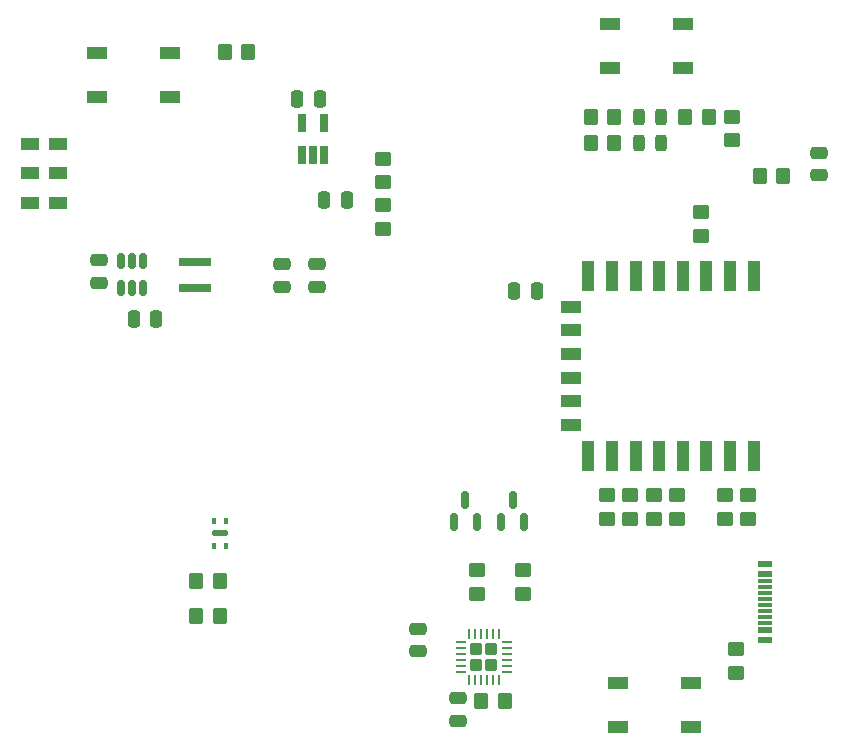
<source format=gtp>
%TF.GenerationSoftware,KiCad,Pcbnew,(6.0.7)*%
%TF.CreationDate,2022-11-21T20:08:05+01:00*%
%TF.ProjectId,Arbolito,4172626f-6c69-4746-9f2e-6b696361645f,rev?*%
%TF.SameCoordinates,Original*%
%TF.FileFunction,Paste,Top*%
%TF.FilePolarity,Positive*%
%FSLAX46Y46*%
G04 Gerber Fmt 4.6, Leading zero omitted, Abs format (unit mm)*
G04 Created by KiCad (PCBNEW (6.0.7)) date 2022-11-21 20:08:05*
%MOMM*%
%LPD*%
G01*
G04 APERTURE LIST*
G04 Aperture macros list*
%AMRoundRect*
0 Rectangle with rounded corners*
0 $1 Rounding radius*
0 $2 $3 $4 $5 $6 $7 $8 $9 X,Y pos of 4 corners*
0 Add a 4 corners polygon primitive as box body*
4,1,4,$2,$3,$4,$5,$6,$7,$8,$9,$2,$3,0*
0 Add four circle primitives for the rounded corners*
1,1,$1+$1,$2,$3*
1,1,$1+$1,$4,$5*
1,1,$1+$1,$6,$7*
1,1,$1+$1,$8,$9*
0 Add four rect primitives between the rounded corners*
20,1,$1+$1,$2,$3,$4,$5,0*
20,1,$1+$1,$4,$5,$6,$7,0*
20,1,$1+$1,$6,$7,$8,$9,0*
20,1,$1+$1,$8,$9,$2,$3,0*%
G04 Aperture macros list end*
%ADD10RoundRect,0.250000X-0.475000X0.250000X-0.475000X-0.250000X0.475000X-0.250000X0.475000X0.250000X0*%
%ADD11RoundRect,0.250000X-0.450000X0.350000X-0.450000X-0.350000X0.450000X-0.350000X0.450000X0.350000X0*%
%ADD12RoundRect,0.243750X0.243750X0.456250X-0.243750X0.456250X-0.243750X-0.456250X0.243750X-0.456250X0*%
%ADD13RoundRect,0.250000X0.475000X-0.250000X0.475000X0.250000X-0.475000X0.250000X-0.475000X-0.250000X0*%
%ADD14RoundRect,0.250000X0.350000X0.450000X-0.350000X0.450000X-0.350000X-0.450000X0.350000X-0.450000X0*%
%ADD15RoundRect,0.250000X0.450000X-0.350000X0.450000X0.350000X-0.450000X0.350000X-0.450000X-0.350000X0*%
%ADD16R,1.600000X1.000000*%
%ADD17RoundRect,0.150000X0.150000X-0.587500X0.150000X0.587500X-0.150000X0.587500X-0.150000X-0.587500X0*%
%ADD18R,2.700000X0.800000*%
%ADD19RoundRect,0.250000X-0.250000X-0.475000X0.250000X-0.475000X0.250000X0.475000X-0.250000X0.475000X0*%
%ADD20RoundRect,0.250000X-0.350000X-0.450000X0.350000X-0.450000X0.350000X0.450000X-0.350000X0.450000X0*%
%ADD21RoundRect,0.125000X0.575000X-0.125000X0.575000X0.125000X-0.575000X0.125000X-0.575000X-0.125000X0*%
%ADD22RoundRect,0.087500X-0.087500X0.187500X-0.087500X-0.187500X0.087500X-0.187500X0.087500X0.187500X0*%
%ADD23RoundRect,0.087500X0.087500X-0.187500X0.087500X0.187500X-0.087500X0.187500X-0.087500X-0.187500X0*%
%ADD24R,1.000000X2.500000*%
%ADD25R,1.800000X1.000000*%
%ADD26R,0.650000X1.560000*%
%ADD27RoundRect,0.250000X-0.275000X-0.275000X0.275000X-0.275000X0.275000X0.275000X-0.275000X0.275000X0*%
%ADD28RoundRect,0.062500X-0.350000X-0.062500X0.350000X-0.062500X0.350000X0.062500X-0.350000X0.062500X0*%
%ADD29RoundRect,0.062500X-0.062500X-0.350000X0.062500X-0.350000X0.062500X0.350000X-0.062500X0.350000X0*%
%ADD30R,1.160000X0.600000*%
%ADD31R,1.160000X0.300000*%
%ADD32R,1.800000X1.100000*%
%ADD33RoundRect,0.150000X-0.150000X0.512500X-0.150000X-0.512500X0.150000X-0.512500X0.150000X0.512500X0*%
G04 APERTURE END LIST*
D10*
%TO.C,C7*%
X132540000Y-85410000D03*
X132540000Y-87310000D03*
%TD*%
D11*
%TO.C,R21*%
X138110000Y-76470000D03*
X138110000Y-78470000D03*
%TD*%
D10*
%TO.C,C4*%
X144440000Y-122140000D03*
X144440000Y-124040000D03*
%TD*%
D12*
%TO.C,D2*%
X161637500Y-72900000D03*
X159762500Y-72900000D03*
%TD*%
D10*
%TO.C,C3*%
X114040000Y-85060000D03*
X114040000Y-86960000D03*
%TD*%
D13*
%TO.C,C5*%
X141090000Y-118160000D03*
X141090000Y-116260000D03*
%TD*%
D14*
%TO.C,R2*%
X148420000Y-122360000D03*
X146420000Y-122360000D03*
%TD*%
%TO.C,R15*%
X157700000Y-72900000D03*
X155700000Y-72900000D03*
%TD*%
D12*
%TO.C,D1*%
X161637500Y-75100000D03*
X159762500Y-75100000D03*
%TD*%
D10*
%TO.C,C9*%
X129540000Y-85410000D03*
X129540000Y-87310000D03*
%TD*%
D11*
%TO.C,R1*%
X168000000Y-118000000D03*
X168000000Y-120000000D03*
%TD*%
D15*
%TO.C,R8*%
X159046000Y-106970000D03*
X159046000Y-104970000D03*
%TD*%
D16*
%TO.C,SW1*%
X108200000Y-80200000D03*
X110600000Y-80200000D03*
X108200000Y-77700000D03*
X110600000Y-77700000D03*
X108200000Y-75200000D03*
X110600000Y-75200000D03*
%TD*%
D17*
%TO.C,Q1*%
X144146000Y-107257500D03*
X146046000Y-107257500D03*
X145096000Y-105382500D03*
%TD*%
D18*
%TO.C,L1*%
X122200000Y-87400000D03*
X122200000Y-85200000D03*
%TD*%
D19*
%TO.C,C1*%
X133150000Y-80000000D03*
X135050000Y-80000000D03*
%TD*%
D14*
%TO.C,R14*%
X124300000Y-112200000D03*
X122300000Y-112200000D03*
%TD*%
D15*
%TO.C,R18*%
X157046000Y-106970000D03*
X157046000Y-104970000D03*
%TD*%
D20*
%TO.C,R10*%
X170000000Y-77900000D03*
X172000000Y-77900000D03*
%TD*%
D15*
%TO.C,R7*%
X163046000Y-106970000D03*
X163046000Y-104970000D03*
%TD*%
D14*
%TO.C,R16*%
X165700000Y-72900000D03*
X163700000Y-72900000D03*
%TD*%
D11*
%TO.C,R6*%
X146096000Y-111320000D03*
X146096000Y-113320000D03*
%TD*%
D14*
%TO.C,R3*%
X157700000Y-75100000D03*
X155700000Y-75100000D03*
%TD*%
D11*
%TO.C,R20*%
X138090000Y-80380000D03*
X138090000Y-82380000D03*
%TD*%
D15*
%TO.C,R13*%
X161046000Y-106970000D03*
X161046000Y-104970000D03*
%TD*%
D21*
%TO.C,U5*%
X124300000Y-108200000D03*
D22*
X124800000Y-107175000D03*
D23*
X123800000Y-109225000D03*
D22*
X123800000Y-107175000D03*
D23*
X124800000Y-109225000D03*
%TD*%
D24*
%TO.C,U4*%
X169500000Y-86400000D03*
X167500000Y-86400000D03*
X165500000Y-86400000D03*
X163500000Y-86400000D03*
X161500000Y-86400000D03*
X159500000Y-86400000D03*
X157500000Y-86400000D03*
X155500000Y-86400000D03*
D25*
X154000000Y-89000000D03*
X154000000Y-91000000D03*
X154000000Y-93000000D03*
X154000000Y-95000000D03*
X154000000Y-97000000D03*
X154000000Y-99000000D03*
D24*
X155500000Y-101600000D03*
X157500000Y-101600000D03*
X159500000Y-101600000D03*
X161500000Y-101600000D03*
X163500000Y-101600000D03*
X165500000Y-101600000D03*
X167500000Y-101600000D03*
X169500000Y-101600000D03*
%TD*%
D13*
%TO.C,C10*%
X175000000Y-77850000D03*
X175000000Y-75950000D03*
%TD*%
D26*
%TO.C,U1*%
X131250000Y-76150000D03*
X132200000Y-76150000D03*
X133150000Y-76150000D03*
X133150000Y-73450000D03*
X131250000Y-73450000D03*
%TD*%
D11*
%TO.C,R11*%
X169046000Y-104970000D03*
X169046000Y-106970000D03*
%TD*%
D27*
%TO.C,U2*%
X147300000Y-118000000D03*
X146000000Y-119300000D03*
X146000000Y-118000000D03*
X147300000Y-119300000D03*
D28*
X144712500Y-117400000D03*
X144712500Y-117900000D03*
X144712500Y-118400000D03*
X144712500Y-118900000D03*
X144712500Y-119400000D03*
X144712500Y-119900000D03*
D29*
X145400000Y-120587500D03*
X145900000Y-120587500D03*
X146400000Y-120587500D03*
X146900000Y-120587500D03*
X147400000Y-120587500D03*
X147900000Y-120587500D03*
D28*
X148587500Y-119900000D03*
X148587500Y-119400000D03*
X148587500Y-118900000D03*
X148587500Y-118400000D03*
X148587500Y-117900000D03*
X148587500Y-117400000D03*
D29*
X147900000Y-116712500D03*
X147400000Y-116712500D03*
X146900000Y-116712500D03*
X146400000Y-116712500D03*
X145900000Y-116712500D03*
X145400000Y-116712500D03*
%TD*%
D14*
%TO.C,R4*%
X126700000Y-67400000D03*
X124700000Y-67400000D03*
%TD*%
%TO.C,R17*%
X124300000Y-115200000D03*
X122300000Y-115200000D03*
%TD*%
D30*
%TO.C,P1*%
X170490000Y-117200000D03*
X170490000Y-116400000D03*
D31*
X170490000Y-115250000D03*
X170490000Y-114250000D03*
X170490000Y-113750000D03*
X170490000Y-112750000D03*
D30*
X170490000Y-111600000D03*
X170490000Y-110800000D03*
X170490000Y-110800000D03*
X170490000Y-111600000D03*
D31*
X170490000Y-112250000D03*
X170490000Y-113250000D03*
X170490000Y-114750000D03*
X170490000Y-115750000D03*
D30*
X170490000Y-116400000D03*
X170490000Y-117200000D03*
%TD*%
D32*
%TO.C,SW2*%
X113900000Y-67550000D03*
X120100000Y-67550000D03*
X120100000Y-71250000D03*
X113900000Y-71250000D03*
%TD*%
D19*
%TO.C,C8*%
X149250000Y-87700000D03*
X151150000Y-87700000D03*
%TD*%
D11*
%TO.C,R9*%
X165046000Y-80970000D03*
X165046000Y-82970000D03*
%TD*%
D32*
%TO.C,SW3*%
X164200000Y-120850000D03*
X158000000Y-120850000D03*
X158000000Y-124550000D03*
X164200000Y-124550000D03*
%TD*%
D11*
%TO.C,R19*%
X167700000Y-72900000D03*
X167700000Y-74900000D03*
%TD*%
%TO.C,R12*%
X167046000Y-104970000D03*
X167046000Y-106970000D03*
%TD*%
D19*
%TO.C,C6*%
X117040000Y-90010000D03*
X118940000Y-90010000D03*
%TD*%
D33*
%TO.C,U3*%
X117816000Y-85162500D03*
X116866000Y-85162500D03*
X115916000Y-85162500D03*
X115916000Y-87437500D03*
X116866000Y-87437500D03*
X117816000Y-87437500D03*
%TD*%
D19*
%TO.C,C2*%
X130850000Y-71400000D03*
X132750000Y-71400000D03*
%TD*%
D11*
%TO.C,R5*%
X150000000Y-111320000D03*
X150000000Y-113320000D03*
%TD*%
D32*
%TO.C,SW4*%
X163500000Y-65050000D03*
X157300000Y-65050000D03*
X163500000Y-68750000D03*
X157300000Y-68750000D03*
%TD*%
D17*
%TO.C,Q2*%
X148146000Y-107257500D03*
X150046000Y-107257500D03*
X149096000Y-105382500D03*
%TD*%
M02*

</source>
